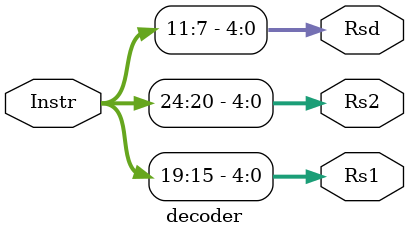
<source format=sv>
module decoder(Instr, Rs1, Rs2, Rsd);
parameter OUT_WIDTH = 5;
parameter IN_WIDTH = 32;
/* verilator lint_off UNUSED */
input [IN_WIDTH-1:0] Instr;
output [OUT_WIDTH-1:0] Rs1, Rs2, Rsd;

assign Rs1 = Instr[19:15];
assign Rs2 = Instr[24:20];
assign Rsd = Instr[11:7];
/* verilator lint_off UNUSED */
endmodule


</source>
